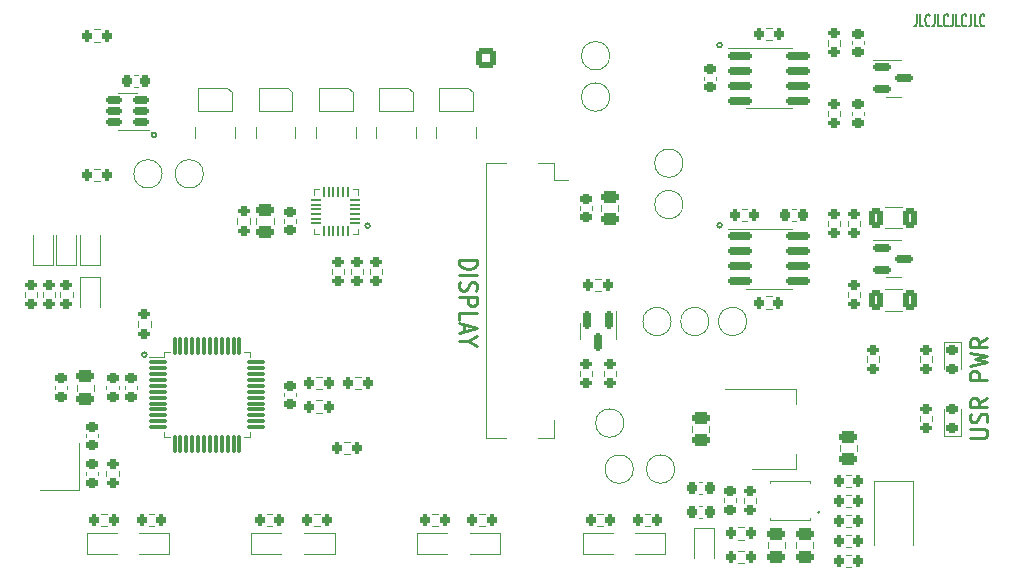
<source format=gto>
%TF.GenerationSoftware,KiCad,Pcbnew,6.0.9-1.fc35*%
%TF.CreationDate,2023-01-18T17:07:39+00:00*%
%TF.ProjectId,grblPANEL,6772626c-5041-44e4-954c-2e6b69636164,rev?*%
%TF.SameCoordinates,Original*%
%TF.FileFunction,Legend,Top*%
%TF.FilePolarity,Positive*%
%FSLAX46Y46*%
G04 Gerber Fmt 4.6, Leading zero omitted, Abs format (unit mm)*
G04 Created by KiCad (PCBNEW 6.0.9-1.fc35) date 2023-01-18 17:07:39*
%MOMM*%
%LPD*%
G01*
G04 APERTURE LIST*
G04 Aperture macros list*
%AMRoundRect*
0 Rectangle with rounded corners*
0 $1 Rounding radius*
0 $2 $3 $4 $5 $6 $7 $8 $9 X,Y pos of 4 corners*
0 Add a 4 corners polygon primitive as box body*
4,1,4,$2,$3,$4,$5,$6,$7,$8,$9,$2,$3,0*
0 Add four circle primitives for the rounded corners*
1,1,$1+$1,$2,$3*
1,1,$1+$1,$4,$5*
1,1,$1+$1,$6,$7*
1,1,$1+$1,$8,$9*
0 Add four rect primitives between the rounded corners*
20,1,$1+$1,$2,$3,$4,$5,0*
20,1,$1+$1,$4,$5,$6,$7,0*
20,1,$1+$1,$6,$7,$8,$9,0*
20,1,$1+$1,$8,$9,$2,$3,0*%
G04 Aperture macros list end*
%ADD10C,0.200000*%
%ADD11C,0.250000*%
%ADD12C,0.150000*%
%ADD13C,0.120000*%
%ADD14C,2.000000*%
%ADD15RoundRect,0.225000X-0.250000X0.225000X-0.250000X-0.225000X0.250000X-0.225000X0.250000X0.225000X0*%
%ADD16RoundRect,0.200000X-0.275000X0.200000X-0.275000X-0.200000X0.275000X-0.200000X0.275000X0.200000X0*%
%ADD17RoundRect,0.200000X0.275000X-0.200000X0.275000X0.200000X-0.275000X0.200000X-0.275000X-0.200000X0*%
%ADD18RoundRect,0.250000X-0.475000X0.250000X-0.475000X-0.250000X0.475000X-0.250000X0.475000X0.250000X0*%
%ADD19R,0.706399X0.254800*%
%ADD20R,1.600200X2.387600*%
%ADD21R,0.500000X0.800000*%
%ADD22R,0.400000X0.800000*%
%ADD23R,0.250000X0.600000*%
%ADD24RoundRect,0.075000X-0.662500X-0.075000X0.662500X-0.075000X0.662500X0.075000X-0.662500X0.075000X0*%
%ADD25RoundRect,0.075000X-0.075000X-0.662500X0.075000X-0.662500X0.075000X0.662500X-0.075000X0.662500X0*%
%ADD26RoundRect,0.218750X-0.256250X0.218750X-0.256250X-0.218750X0.256250X-0.218750X0.256250X0.218750X0*%
%ADD27RoundRect,0.225000X0.250000X-0.225000X0.250000X0.225000X-0.250000X0.225000X-0.250000X-0.225000X0*%
%ADD28RoundRect,0.200000X0.200000X0.275000X-0.200000X0.275000X-0.200000X-0.275000X0.200000X-0.275000X0*%
%ADD29RoundRect,0.200000X-0.200000X-0.275000X0.200000X-0.275000X0.200000X0.275000X-0.200000X0.275000X0*%
%ADD30R,0.450000X0.600000*%
%ADD31R,1.300000X0.300000*%
%ADD32R,2.200000X1.800000*%
%ADD33RoundRect,0.250000X0.475000X-0.250000X0.475000X0.250000X-0.475000X0.250000X-0.475000X-0.250000X0*%
%ADD34RoundRect,0.150000X-0.825000X-0.150000X0.825000X-0.150000X0.825000X0.150000X-0.825000X0.150000X0*%
%ADD35RoundRect,0.218750X0.256250X-0.218750X0.256250X0.218750X-0.256250X0.218750X-0.256250X-0.218750X0*%
%ADD36RoundRect,0.050000X-0.349999X0.050000X-0.349999X-0.050000X0.349999X-0.050000X0.349999X0.050000X0*%
%ADD37RoundRect,0.050000X0.050000X0.349999X-0.050000X0.349999X-0.050000X-0.349999X0.050000X-0.349999X0*%
%ADD38R,2.200000X2.200000*%
%ADD39RoundRect,0.250000X-0.312500X-0.625000X0.312500X-0.625000X0.312500X0.625000X-0.312500X0.625000X0*%
%ADD40RoundRect,0.150000X-0.587500X-0.150000X0.587500X-0.150000X0.587500X0.150000X-0.587500X0.150000X0*%
%ADD41R,1.200000X1.400000*%
%ADD42R,0.600000X0.450000*%
%ADD43RoundRect,0.150000X0.512500X0.150000X-0.512500X0.150000X-0.512500X-0.150000X0.512500X-0.150000X0*%
%ADD44RoundRect,0.225000X0.225000X0.250000X-0.225000X0.250000X-0.225000X-0.250000X0.225000X-0.250000X0*%
%ADD45R,1.800000X2.500000*%
%ADD46R,2.000000X1.500000*%
%ADD47R,2.000000X3.800000*%
%ADD48RoundRect,0.225000X-0.225000X-0.250000X0.225000X-0.250000X0.225000X0.250000X-0.225000X0.250000X0*%
%ADD49RoundRect,0.150000X-0.150000X0.587500X-0.150000X-0.587500X0.150000X-0.587500X0.150000X0.587500X0*%
%ADD50R,2.400000X2.400000*%
%ADD51C,2.400000*%
%ADD52R,1.700000X1.700000*%
%ADD53O,1.700000X1.700000*%
%ADD54C,0.650000*%
%ADD55O,2.100000X1.000000*%
%ADD56O,1.600000X1.000000*%
%ADD57RoundRect,0.250000X0.600000X-0.600000X0.600000X0.600000X-0.600000X0.600000X-0.600000X-0.600000X0*%
%ADD58C,1.700000*%
G04 APERTURE END LIST*
D10*
X116800000Y-106600000D02*
G75*
G03*
X116800000Y-106600000I-200000J0D01*
G01*
X135700000Y-95700000D02*
G75*
G03*
X135700000Y-95700000I-200000J0D01*
G01*
X165500000Y-80400000D02*
G75*
G03*
X165500000Y-80400000I-200000J0D01*
G01*
X117600000Y-88000000D02*
G75*
G03*
X117600000Y-88000000I-200000J0D01*
G01*
X165500000Y-95650000D02*
G75*
G03*
X165500000Y-95650000I-200000J0D01*
G01*
D11*
X187978571Y-108733333D02*
X186478571Y-108733333D01*
X186478571Y-108238095D01*
X186550000Y-108114285D01*
X186621428Y-108052380D01*
X186764285Y-107990476D01*
X186978571Y-107990476D01*
X187121428Y-108052380D01*
X187192857Y-108114285D01*
X187264285Y-108238095D01*
X187264285Y-108733333D01*
X186478571Y-107557142D02*
X187978571Y-107247619D01*
X186907142Y-107000000D01*
X187978571Y-106752380D01*
X186478571Y-106442857D01*
X187978571Y-105204761D02*
X187264285Y-105638095D01*
X187978571Y-105947619D02*
X186478571Y-105947619D01*
X186478571Y-105452380D01*
X186550000Y-105328571D01*
X186621428Y-105266666D01*
X186764285Y-105204761D01*
X186978571Y-105204761D01*
X187121428Y-105266666D01*
X187192857Y-105328571D01*
X187264285Y-105452380D01*
X187264285Y-105947619D01*
D12*
X181978571Y-77802380D02*
X181978571Y-78516666D01*
X181950000Y-78659523D01*
X181892857Y-78754761D01*
X181807142Y-78802380D01*
X181750000Y-78802380D01*
X182550000Y-78802380D02*
X182264285Y-78802380D01*
X182264285Y-77802380D01*
X183092857Y-78707142D02*
X183064285Y-78754761D01*
X182978571Y-78802380D01*
X182921428Y-78802380D01*
X182835714Y-78754761D01*
X182778571Y-78659523D01*
X182750000Y-78564285D01*
X182721428Y-78373809D01*
X182721428Y-78230952D01*
X182750000Y-78040476D01*
X182778571Y-77945238D01*
X182835714Y-77850000D01*
X182921428Y-77802380D01*
X182978571Y-77802380D01*
X183064285Y-77850000D01*
X183092857Y-77897619D01*
X183521428Y-77802380D02*
X183521428Y-78516666D01*
X183492857Y-78659523D01*
X183435714Y-78754761D01*
X183350000Y-78802380D01*
X183292857Y-78802380D01*
X184092857Y-78802380D02*
X183807142Y-78802380D01*
X183807142Y-77802380D01*
X184635714Y-78707142D02*
X184607142Y-78754761D01*
X184521428Y-78802380D01*
X184464285Y-78802380D01*
X184378571Y-78754761D01*
X184321428Y-78659523D01*
X184292857Y-78564285D01*
X184264285Y-78373809D01*
X184264285Y-78230952D01*
X184292857Y-78040476D01*
X184321428Y-77945238D01*
X184378571Y-77850000D01*
X184464285Y-77802380D01*
X184521428Y-77802380D01*
X184607142Y-77850000D01*
X184635714Y-77897619D01*
X185064285Y-77802380D02*
X185064285Y-78516666D01*
X185035714Y-78659523D01*
X184978571Y-78754761D01*
X184892857Y-78802380D01*
X184835714Y-78802380D01*
X185635714Y-78802380D02*
X185350000Y-78802380D01*
X185350000Y-77802380D01*
X186178571Y-78707142D02*
X186150000Y-78754761D01*
X186064285Y-78802380D01*
X186007142Y-78802380D01*
X185921428Y-78754761D01*
X185864285Y-78659523D01*
X185835714Y-78564285D01*
X185807142Y-78373809D01*
X185807142Y-78230952D01*
X185835714Y-78040476D01*
X185864285Y-77945238D01*
X185921428Y-77850000D01*
X186007142Y-77802380D01*
X186064285Y-77802380D01*
X186150000Y-77850000D01*
X186178571Y-77897619D01*
X186607142Y-77802380D02*
X186607142Y-78516666D01*
X186578571Y-78659523D01*
X186521428Y-78754761D01*
X186435714Y-78802380D01*
X186378571Y-78802380D01*
X187178571Y-78802380D02*
X186892857Y-78802380D01*
X186892857Y-77802380D01*
X187721428Y-78707142D02*
X187692857Y-78754761D01*
X187607142Y-78802380D01*
X187550000Y-78802380D01*
X187464285Y-78754761D01*
X187407142Y-78659523D01*
X187378571Y-78564285D01*
X187350000Y-78373809D01*
X187350000Y-78230952D01*
X187378571Y-78040476D01*
X187407142Y-77945238D01*
X187464285Y-77850000D01*
X187550000Y-77802380D01*
X187607142Y-77802380D01*
X187692857Y-77850000D01*
X187721428Y-77897619D01*
D11*
X143271428Y-98590476D02*
X144771428Y-98590476D01*
X144771428Y-98900000D01*
X144700000Y-99085714D01*
X144557142Y-99209523D01*
X144414285Y-99271428D01*
X144128571Y-99333333D01*
X143914285Y-99333333D01*
X143628571Y-99271428D01*
X143485714Y-99209523D01*
X143342857Y-99085714D01*
X143271428Y-98900000D01*
X143271428Y-98590476D01*
X143271428Y-99890476D02*
X144771428Y-99890476D01*
X143342857Y-100447619D02*
X143271428Y-100633333D01*
X143271428Y-100942857D01*
X143342857Y-101066666D01*
X143414285Y-101128571D01*
X143557142Y-101190476D01*
X143700000Y-101190476D01*
X143842857Y-101128571D01*
X143914285Y-101066666D01*
X143985714Y-100942857D01*
X144057142Y-100695238D01*
X144128571Y-100571428D01*
X144200000Y-100509523D01*
X144342857Y-100447619D01*
X144485714Y-100447619D01*
X144628571Y-100509523D01*
X144700000Y-100571428D01*
X144771428Y-100695238D01*
X144771428Y-101004761D01*
X144700000Y-101190476D01*
X143271428Y-101747619D02*
X144771428Y-101747619D01*
X144771428Y-102242857D01*
X144700000Y-102366666D01*
X144628571Y-102428571D01*
X144485714Y-102490476D01*
X144271428Y-102490476D01*
X144128571Y-102428571D01*
X144057142Y-102366666D01*
X143985714Y-102242857D01*
X143985714Y-101747619D01*
X143271428Y-103666666D02*
X143271428Y-103047619D01*
X144771428Y-103047619D01*
X143700000Y-104038095D02*
X143700000Y-104657142D01*
X143271428Y-103914285D02*
X144771428Y-104347619D01*
X143271428Y-104780952D01*
X143985714Y-105461904D02*
X143271428Y-105461904D01*
X144771428Y-105028571D02*
X143985714Y-105461904D01*
X144771428Y-105895238D01*
X186478571Y-113640476D02*
X187692857Y-113640476D01*
X187835714Y-113578571D01*
X187907142Y-113516666D01*
X187978571Y-113392857D01*
X187978571Y-113145238D01*
X187907142Y-113021428D01*
X187835714Y-112959523D01*
X187692857Y-112897619D01*
X186478571Y-112897619D01*
X187907142Y-112340476D02*
X187978571Y-112154761D01*
X187978571Y-111845238D01*
X187907142Y-111721428D01*
X187835714Y-111659523D01*
X187692857Y-111597619D01*
X187550000Y-111597619D01*
X187407142Y-111659523D01*
X187335714Y-111721428D01*
X187264285Y-111845238D01*
X187192857Y-112092857D01*
X187121428Y-112216666D01*
X187050000Y-112278571D01*
X186907142Y-112340476D01*
X186764285Y-112340476D01*
X186621428Y-112278571D01*
X186550000Y-112216666D01*
X186478571Y-112092857D01*
X186478571Y-111783333D01*
X186550000Y-111597619D01*
X187978571Y-110297619D02*
X187264285Y-110730952D01*
X187978571Y-111040476D02*
X186478571Y-111040476D01*
X186478571Y-110545238D01*
X186550000Y-110421428D01*
X186621428Y-110359523D01*
X186764285Y-110297619D01*
X186978571Y-110297619D01*
X187121428Y-110359523D01*
X187192857Y-110421428D01*
X187264285Y-110545238D01*
X187264285Y-111040476D01*
D13*
X164400000Y-103800000D02*
G75*
G03*
X164400000Y-103800000I-1200000J0D01*
G01*
X114990000Y-109259420D02*
X114990000Y-109540580D01*
X116010000Y-109259420D02*
X116010000Y-109540580D01*
X134077500Y-99337742D02*
X134077500Y-99812258D01*
X135122500Y-99337742D02*
X135122500Y-99812258D01*
X177777500Y-107237258D02*
X177777500Y-106762742D01*
X178822500Y-107237258D02*
X178822500Y-106762742D01*
X169365000Y-122488748D02*
X169365000Y-123011252D01*
X170835000Y-122488748D02*
X170835000Y-123011252D01*
X169606900Y-120410141D02*
X169606900Y-120626400D01*
X172959700Y-117489859D02*
X172959700Y-117273600D01*
X172959700Y-117273600D02*
X169606900Y-117273600D01*
X169606900Y-120626400D02*
X172959700Y-120626400D01*
X169606900Y-117273600D02*
X169606900Y-117489859D01*
X172959700Y-120626400D02*
X172959700Y-120410141D01*
X173785099Y-119950000D02*
G75*
G03*
X173785099Y-119950000I-101600J0D01*
G01*
X134480000Y-88300000D02*
X134480000Y-87300000D01*
X131120000Y-88300000D02*
X131120000Y-87300000D01*
X136220000Y-88300000D02*
X136220000Y-87300000D01*
X139580000Y-88300000D02*
X139580000Y-87300000D01*
X116077500Y-103762742D02*
X116077500Y-104237258D01*
X117122500Y-103762742D02*
X117122500Y-104237258D01*
X156000000Y-81300000D02*
G75*
G03*
X156000000Y-81300000I-1200000J0D01*
G01*
X157200000Y-112400000D02*
G75*
G03*
X157200000Y-112400000I-1200000J0D01*
G01*
X131375000Y-86000000D02*
X131375000Y-84000000D01*
X134225000Y-84400000D02*
X134225000Y-86000000D01*
X134225000Y-86000000D02*
X131375000Y-86000000D01*
X131375000Y-84000000D02*
X133825000Y-84000000D01*
X134225000Y-84375000D02*
X133825000Y-84000000D01*
X175522500Y-85962742D02*
X175522500Y-86437258D01*
X174477500Y-85962742D02*
X174477500Y-86437258D01*
X135677500Y-99337742D02*
X135677500Y-99812258D01*
X136722500Y-99337742D02*
X136722500Y-99812258D01*
X167600000Y-103800000D02*
G75*
G03*
X167600000Y-103800000I-1200000J0D01*
G01*
X125060000Y-113610000D02*
X125510000Y-113610000D01*
X118740000Y-106390000D02*
X118290000Y-106390000D01*
X125060000Y-106390000D02*
X125510000Y-106390000D01*
X125510000Y-113610000D02*
X125510000Y-113160000D01*
X118290000Y-106390000D02*
X118290000Y-106840000D01*
X118740000Y-113610000D02*
X118290000Y-113610000D01*
X118290000Y-113610000D02*
X118290000Y-113160000D01*
X125510000Y-106390000D02*
X125510000Y-106840000D01*
X118290000Y-106840000D02*
X117000000Y-106840000D01*
X185735000Y-105515000D02*
X184265000Y-105515000D01*
X185735000Y-107800000D02*
X185735000Y-105515000D01*
X184265000Y-105515000D02*
X184265000Y-107800000D01*
X165010000Y-83340580D02*
X165010000Y-83059420D01*
X163990000Y-83340580D02*
X163990000Y-83059420D01*
X124477500Y-95537258D02*
X124477500Y-95062742D01*
X125522500Y-95537258D02*
X125522500Y-95062742D01*
X167337258Y-122272500D02*
X166862742Y-122272500D01*
X167337258Y-121227500D02*
X166862742Y-121227500D01*
X154522500Y-107962742D02*
X154522500Y-108437258D01*
X153477500Y-107962742D02*
X153477500Y-108437258D01*
X176437258Y-120177500D02*
X175962742Y-120177500D01*
X176437258Y-121222500D02*
X175962742Y-121222500D01*
X132477500Y-99337742D02*
X132477500Y-99812258D01*
X133522500Y-99337742D02*
X133522500Y-99812258D01*
X112962742Y-120077500D02*
X113437258Y-120077500D01*
X112962742Y-121122500D02*
X113437258Y-121122500D01*
X174477500Y-79962742D02*
X174477500Y-80437258D01*
X175522500Y-79962742D02*
X175522500Y-80437258D01*
X110522500Y-101262742D02*
X110522500Y-101737258D01*
X109477500Y-101262742D02*
X109477500Y-101737258D01*
X107150000Y-99000000D02*
X108850000Y-99000000D01*
X108850000Y-99000000D02*
X108850000Y-96450000D01*
X107150000Y-99000000D02*
X107150000Y-96450000D01*
X129125000Y-84400000D02*
X129125000Y-86000000D01*
X129125000Y-86000000D02*
X126275000Y-86000000D01*
X126275000Y-84000000D02*
X128725000Y-84000000D01*
X126275000Y-86000000D02*
X126275000Y-84000000D01*
X129125000Y-84375000D02*
X128725000Y-84000000D01*
X117437258Y-121122500D02*
X116962742Y-121122500D01*
X117437258Y-120077500D02*
X116962742Y-120077500D01*
X167637258Y-94277500D02*
X167162742Y-94277500D01*
X167637258Y-95322500D02*
X167162742Y-95322500D01*
X147240000Y-90350000D02*
X145500000Y-90350000D01*
X151300000Y-112160000D02*
X151300000Y-113650000D01*
X151300000Y-91840000D02*
X152500000Y-91840000D01*
X151300000Y-91840000D02*
X151300000Y-90350000D01*
X145500000Y-90350000D02*
X145500000Y-113650000D01*
X151300000Y-90350000D02*
X149960000Y-90350000D01*
X151300000Y-113650000D02*
X149960000Y-113650000D01*
X145500000Y-113650000D02*
X147240000Y-113650000D01*
X162965000Y-113161252D02*
X162965000Y-112638748D01*
X164435000Y-113161252D02*
X164435000Y-112638748D01*
X108990000Y-109259420D02*
X108990000Y-109540580D01*
X110010000Y-109259420D02*
X110010000Y-109540580D01*
X118100000Y-91300000D02*
G75*
G03*
X118100000Y-91300000I-1200000J0D01*
G01*
X169500000Y-95940000D02*
X166050000Y-95940000D01*
X169500000Y-95940000D02*
X171450000Y-95940000D01*
X169500000Y-101060000D02*
X171450000Y-101060000D01*
X169500000Y-101060000D02*
X167550000Y-101060000D01*
X111690000Y-113334420D02*
X111690000Y-113615580D01*
X112710000Y-113334420D02*
X112710000Y-113615580D01*
X183322500Y-106762742D02*
X183322500Y-107237258D01*
X182277500Y-106762742D02*
X182277500Y-107237258D01*
X112710000Y-116815580D02*
X112710000Y-116534420D01*
X111690000Y-116815580D02*
X111690000Y-116534420D01*
X158000000Y-116300000D02*
G75*
G03*
X158000000Y-116300000I-1200000J0D01*
G01*
X133512742Y-113977500D02*
X133987258Y-113977500D01*
X133512742Y-115022500D02*
X133987258Y-115022500D01*
X185735000Y-113485000D02*
X185735000Y-111200000D01*
X184265000Y-111200000D02*
X184265000Y-113485000D01*
X184265000Y-113485000D02*
X185735000Y-113485000D01*
X128390000Y-95440580D02*
X128390000Y-95159420D01*
X129410000Y-95440580D02*
X129410000Y-95159420D01*
X162200000Y-90400000D02*
G75*
G03*
X162200000Y-90400000I-1200000J0D01*
G01*
X126962742Y-120077500D02*
X127437258Y-120077500D01*
X126962742Y-121122500D02*
X127437258Y-121122500D01*
X140962742Y-120077500D02*
X141437258Y-120077500D01*
X140962742Y-121122500D02*
X141437258Y-121122500D01*
X177222500Y-101737258D02*
X177222500Y-101262742D01*
X176177500Y-101737258D02*
X176177500Y-101262742D01*
X106477500Y-101262742D02*
X106477500Y-101737258D01*
X107522500Y-101262742D02*
X107522500Y-101737258D01*
X134677000Y-96377000D02*
X134677000Y-95932741D01*
X130923000Y-92623000D02*
X130923000Y-93067259D01*
X134677000Y-93067259D02*
X134677000Y-92623000D01*
X130923000Y-96377000D02*
X131367259Y-96377000D01*
X134232741Y-96377000D02*
X134677000Y-96377000D01*
X131367259Y-92623000D02*
X130923000Y-92623000D01*
X134677000Y-92623000D02*
X134232741Y-92623000D01*
X130923000Y-95932741D02*
X130923000Y-96377000D01*
X179272936Y-102910000D02*
X180727064Y-102910000D01*
X179272936Y-101090000D02*
X180727064Y-101090000D01*
X173235000Y-122488748D02*
X173235000Y-123011252D01*
X171765000Y-122488748D02*
X171765000Y-123011252D01*
X179272936Y-94090000D02*
X180727064Y-94090000D01*
X179272936Y-95910000D02*
X180727064Y-95910000D01*
X180000000Y-81640000D02*
X180650000Y-81640000D01*
X180000000Y-84760000D02*
X179350000Y-84760000D01*
X180000000Y-81640000D02*
X178325000Y-81640000D01*
X180000000Y-84760000D02*
X180650000Y-84760000D01*
X107750000Y-118100000D02*
X111050000Y-118100000D01*
X111050000Y-118100000D02*
X111050000Y-114100000D01*
X177222500Y-95262742D02*
X177222500Y-95737258D01*
X176177500Y-95262742D02*
X176177500Y-95737258D01*
X155477500Y-108437258D02*
X155477500Y-107962742D01*
X156522500Y-108437258D02*
X156522500Y-107962742D01*
X154962742Y-120077500D02*
X155437258Y-120077500D01*
X154962742Y-121122500D02*
X155437258Y-121122500D01*
X132700000Y-121750000D02*
X130150000Y-121750000D01*
X132700000Y-123450000D02*
X132700000Y-121750000D01*
X132700000Y-123450000D02*
X130150000Y-123450000D01*
X169737258Y-79972500D02*
X169262742Y-79972500D01*
X169737258Y-78927500D02*
X169262742Y-78927500D01*
X139650000Y-123450000D02*
X142200000Y-123450000D01*
X139650000Y-121750000D02*
X139650000Y-123450000D01*
X139650000Y-121750000D02*
X142200000Y-121750000D01*
X168422500Y-118712742D02*
X168422500Y-119187258D01*
X167377500Y-118712742D02*
X167377500Y-119187258D01*
X175522500Y-95737258D02*
X175522500Y-95262742D01*
X174477500Y-95737258D02*
X174477500Y-95262742D01*
X112362742Y-80122500D02*
X112837258Y-80122500D01*
X112362742Y-79077500D02*
X112837258Y-79077500D01*
X120920000Y-88300000D02*
X120920000Y-87300000D01*
X124280000Y-88300000D02*
X124280000Y-87300000D01*
X169500000Y-85760000D02*
X171450000Y-85760000D01*
X169500000Y-80640000D02*
X166050000Y-80640000D01*
X169500000Y-80640000D02*
X171450000Y-80640000D01*
X169500000Y-85760000D02*
X167550000Y-85760000D01*
X175962742Y-118477500D02*
X176437258Y-118477500D01*
X175962742Y-119522500D02*
X176437258Y-119522500D01*
X115200000Y-87560000D02*
X114400000Y-87560000D01*
X115200000Y-87560000D02*
X117000000Y-87560000D01*
X115200000Y-84440000D02*
X114400000Y-84440000D01*
X115200000Y-84440000D02*
X116000000Y-84440000D01*
X121175000Y-86000000D02*
X121175000Y-84000000D01*
X124025000Y-84375000D02*
X123625000Y-84000000D01*
X124025000Y-84400000D02*
X124025000Y-86000000D01*
X124025000Y-86000000D02*
X121175000Y-86000000D01*
X121175000Y-84000000D02*
X123625000Y-84000000D01*
X109150000Y-99000000D02*
X110850000Y-99000000D01*
X109150000Y-99000000D02*
X109150000Y-96450000D01*
X110850000Y-99000000D02*
X110850000Y-96450000D01*
X129410000Y-109859420D02*
X129410000Y-110140580D01*
X128390000Y-109859420D02*
X128390000Y-110140580D01*
X163840580Y-118447500D02*
X163559420Y-118447500D01*
X163840580Y-117427500D02*
X163559420Y-117427500D01*
X153490000Y-94340580D02*
X153490000Y-94059420D01*
X154510000Y-94340580D02*
X154510000Y-94059420D01*
X181650000Y-117300000D02*
X181650000Y-122700000D01*
X181650000Y-117300000D02*
X178350000Y-117300000D01*
X178350000Y-117300000D02*
X178350000Y-122700000D01*
X111150000Y-99000000D02*
X112850000Y-99000000D01*
X111150000Y-99000000D02*
X111150000Y-96450000D01*
X112850000Y-99000000D02*
X112850000Y-96450000D01*
X176935000Y-114238748D02*
X176935000Y-114761252D01*
X175465000Y-114238748D02*
X175465000Y-114761252D01*
X116040580Y-82890000D02*
X115759420Y-82890000D01*
X116040580Y-83910000D02*
X115759420Y-83910000D01*
X176490000Y-80340580D02*
X176490000Y-80059420D01*
X177510000Y-80340580D02*
X177510000Y-80059420D01*
X175962742Y-122922500D02*
X176437258Y-122922500D01*
X175962742Y-121877500D02*
X176437258Y-121877500D01*
X118700000Y-123450000D02*
X118700000Y-121750000D01*
X118700000Y-123450000D02*
X116150000Y-123450000D01*
X118700000Y-121750000D02*
X116150000Y-121750000D01*
X131162742Y-108477500D02*
X131637258Y-108477500D01*
X131162742Y-109522500D02*
X131637258Y-109522500D01*
X113390000Y-109259420D02*
X113390000Y-109540580D01*
X114410000Y-109259420D02*
X114410000Y-109540580D01*
X145437258Y-121122500D02*
X144962742Y-121122500D01*
X145437258Y-120077500D02*
X144962742Y-120077500D01*
X163150000Y-121250000D02*
X163150000Y-123800000D01*
X164850000Y-121250000D02*
X163150000Y-121250000D01*
X164850000Y-121250000D02*
X164850000Y-123800000D01*
X176490000Y-86340580D02*
X176490000Y-86059420D01*
X177510000Y-86340580D02*
X177510000Y-86059420D01*
X169697258Y-101677500D02*
X169222742Y-101677500D01*
X169697258Y-102722500D02*
X169222742Y-102722500D01*
X162200000Y-93900000D02*
G75*
G03*
X162200000Y-93900000I-1200000J0D01*
G01*
X126065000Y-95561252D02*
X126065000Y-95038748D01*
X127535000Y-95561252D02*
X127535000Y-95038748D01*
X176437258Y-123577500D02*
X175962742Y-123577500D01*
X176437258Y-124622500D02*
X175962742Y-124622500D01*
X141575000Y-84000000D02*
X144025000Y-84000000D01*
X144425000Y-86000000D02*
X141575000Y-86000000D01*
X144425000Y-84375000D02*
X144025000Y-84000000D01*
X141575000Y-86000000D02*
X141575000Y-84000000D01*
X144425000Y-84400000D02*
X144425000Y-86000000D01*
X131162742Y-110477500D02*
X131637258Y-110477500D01*
X131162742Y-111522500D02*
X131637258Y-111522500D01*
X165800000Y-109490000D02*
X171810000Y-109490000D01*
X171810000Y-116310000D02*
X171810000Y-115050000D01*
X171810000Y-109490000D02*
X171810000Y-110750000D01*
X168050000Y-116310000D02*
X171810000Y-116310000D01*
X126020000Y-88300000D02*
X126020000Y-87300000D01*
X129380000Y-88300000D02*
X129380000Y-87300000D01*
X161500000Y-116300000D02*
G75*
G03*
X161500000Y-116300000I-1200000J0D01*
G01*
X110865000Y-109138748D02*
X110865000Y-109661252D01*
X112335000Y-109138748D02*
X112335000Y-109661252D01*
X153700000Y-121750000D02*
X156250000Y-121750000D01*
X153700000Y-123450000D02*
X156250000Y-123450000D01*
X153700000Y-121750000D02*
X153700000Y-123450000D01*
X156000000Y-84800000D02*
G75*
G03*
X156000000Y-84800000I-1200000J0D01*
G01*
X180000000Y-100060000D02*
X180650000Y-100060000D01*
X180000000Y-100060000D02*
X179350000Y-100060000D01*
X180000000Y-96940000D02*
X180650000Y-96940000D01*
X180000000Y-96940000D02*
X178325000Y-96940000D01*
X112850000Y-100000000D02*
X111150000Y-100000000D01*
X112850000Y-100000000D02*
X112850000Y-102550000D01*
X111150000Y-100000000D02*
X111150000Y-102550000D01*
X125650000Y-121750000D02*
X125650000Y-123450000D01*
X125650000Y-121750000D02*
X128200000Y-121750000D01*
X125650000Y-123450000D02*
X128200000Y-123450000D01*
X175962742Y-117822500D02*
X176437258Y-117822500D01*
X175962742Y-116777500D02*
X176437258Y-116777500D01*
X167337258Y-124272500D02*
X166862742Y-124272500D01*
X167337258Y-123227500D02*
X166862742Y-123227500D01*
X146700000Y-123450000D02*
X146700000Y-121750000D01*
X146700000Y-123450000D02*
X144150000Y-123450000D01*
X146700000Y-121750000D02*
X144150000Y-121750000D01*
X134462742Y-109522500D02*
X134937258Y-109522500D01*
X134462742Y-108477500D02*
X134937258Y-108477500D01*
X165690000Y-119100279D02*
X165690000Y-118774721D01*
X166710000Y-119100279D02*
X166710000Y-118774721D01*
X163840580Y-119427500D02*
X163559420Y-119427500D01*
X163840580Y-120447500D02*
X163559420Y-120447500D01*
X156735000Y-94461252D02*
X156735000Y-93938748D01*
X155265000Y-94461252D02*
X155265000Y-93938748D01*
X144680000Y-88300000D02*
X144680000Y-87300000D01*
X141320000Y-88300000D02*
X141320000Y-87300000D01*
X182277500Y-111762742D02*
X182277500Y-112237258D01*
X183322500Y-111762742D02*
X183322500Y-112237258D01*
X107977500Y-101262742D02*
X107977500Y-101737258D01*
X109022500Y-101262742D02*
X109022500Y-101737258D01*
X121600000Y-91300000D02*
G75*
G03*
X121600000Y-91300000I-1200000J0D01*
G01*
X114422500Y-116437742D02*
X114422500Y-116912258D01*
X113377500Y-116437742D02*
X113377500Y-116912258D01*
X171459420Y-95310000D02*
X171740580Y-95310000D01*
X171459420Y-94290000D02*
X171740580Y-94290000D01*
X159437258Y-120077500D02*
X158962742Y-120077500D01*
X159437258Y-121122500D02*
X158962742Y-121122500D01*
X112362742Y-91922500D02*
X112837258Y-91922500D01*
X112362742Y-90877500D02*
X112837258Y-90877500D01*
X161200000Y-103800000D02*
G75*
G03*
X161200000Y-103800000I-1200000J0D01*
G01*
X153440000Y-104600000D02*
X153440000Y-105250000D01*
X153440000Y-104600000D02*
X153440000Y-103950000D01*
X156560000Y-104600000D02*
X156560000Y-102925000D01*
X156560000Y-104600000D02*
X156560000Y-105250000D01*
X131437258Y-121122500D02*
X130962742Y-121122500D01*
X131437258Y-120077500D02*
X130962742Y-120077500D01*
X160700000Y-123450000D02*
X158150000Y-123450000D01*
X160700000Y-121750000D02*
X158150000Y-121750000D01*
X160700000Y-123450000D02*
X160700000Y-121750000D01*
X111700000Y-121750000D02*
X111700000Y-123450000D01*
X111700000Y-121750000D02*
X114250000Y-121750000D01*
X111700000Y-123450000D02*
X114250000Y-123450000D01*
X155237258Y-100177500D02*
X154762742Y-100177500D01*
X155237258Y-101222500D02*
X154762742Y-101222500D01*
X139325000Y-84375000D02*
X138925000Y-84000000D01*
X139325000Y-86000000D02*
X136475000Y-86000000D01*
X139325000Y-84400000D02*
X139325000Y-86000000D01*
X136475000Y-86000000D02*
X136475000Y-84000000D01*
X136475000Y-84000000D02*
X138925000Y-84000000D01*
%LPC*%
D14*
X163200000Y-103800000D03*
D15*
X115500000Y-108625000D03*
X115500000Y-110175000D03*
D16*
X134600000Y-98750000D03*
X134600000Y-100400000D03*
D17*
X178300000Y-107825000D03*
X178300000Y-106175000D03*
D18*
X170100000Y-121800000D03*
X170100000Y-123700000D03*
D19*
X172779500Y-119950001D03*
X172779500Y-119449999D03*
X172779500Y-118950000D03*
X172779500Y-118450001D03*
X172779500Y-117949999D03*
X169787100Y-117949999D03*
X169787100Y-118450001D03*
X169787100Y-118950000D03*
X169787100Y-119449999D03*
X169787100Y-119950001D03*
D20*
X171283300Y-118950000D03*
D21*
X134000000Y-86900000D03*
D22*
X133200000Y-86900000D03*
X132400000Y-86900000D03*
D21*
X131600000Y-86900000D03*
X131600000Y-88700000D03*
D22*
X132400000Y-88700000D03*
X133200000Y-88700000D03*
D21*
X134000000Y-88700000D03*
X139100000Y-86900000D03*
D22*
X138300000Y-86900000D03*
X137500000Y-86900000D03*
D21*
X136700000Y-86900000D03*
X136700000Y-88700000D03*
D22*
X137500000Y-88700000D03*
X138300000Y-88700000D03*
D21*
X139100000Y-88700000D03*
D16*
X116600000Y-103175000D03*
X116600000Y-104825000D03*
D14*
X154800000Y-81300000D03*
X156000000Y-112400000D03*
D23*
X133800000Y-84575000D03*
X133300000Y-84575000D03*
X132800000Y-84575000D03*
X132300000Y-84575000D03*
X131800000Y-84575000D03*
X131800000Y-85425000D03*
X132300000Y-85425000D03*
X132800000Y-85425000D03*
X133300000Y-85425000D03*
X133800000Y-85425000D03*
D16*
X175000000Y-85375000D03*
X175000000Y-87025000D03*
X136200000Y-98750000D03*
X136200000Y-100400000D03*
D14*
X166400000Y-103800000D03*
D24*
X117737500Y-107250000D03*
X117737500Y-107750000D03*
X117737500Y-108250000D03*
X117737500Y-108750000D03*
X117737500Y-109250000D03*
X117737500Y-109750000D03*
X117737500Y-110250000D03*
X117737500Y-110750000D03*
X117737500Y-111250000D03*
X117737500Y-111750000D03*
X117737500Y-112250000D03*
X117737500Y-112750000D03*
D25*
X119150000Y-114162500D03*
X119650000Y-114162500D03*
X120150000Y-114162500D03*
X120650000Y-114162500D03*
X121150000Y-114162500D03*
X121650000Y-114162500D03*
X122150000Y-114162500D03*
X122650000Y-114162500D03*
X123150000Y-114162500D03*
X123650000Y-114162500D03*
X124150000Y-114162500D03*
X124650000Y-114162500D03*
D24*
X126062500Y-112750000D03*
X126062500Y-112250000D03*
X126062500Y-111750000D03*
X126062500Y-111250000D03*
X126062500Y-110750000D03*
X126062500Y-110250000D03*
X126062500Y-109750000D03*
X126062500Y-109250000D03*
X126062500Y-108750000D03*
X126062500Y-108250000D03*
X126062500Y-107750000D03*
X126062500Y-107250000D03*
D25*
X124650000Y-105837500D03*
X124150000Y-105837500D03*
X123650000Y-105837500D03*
X123150000Y-105837500D03*
X122650000Y-105837500D03*
X122150000Y-105837500D03*
X121650000Y-105837500D03*
X121150000Y-105837500D03*
X120650000Y-105837500D03*
X120150000Y-105837500D03*
X119650000Y-105837500D03*
X119150000Y-105837500D03*
D26*
X185000000Y-106212500D03*
X185000000Y-107787500D03*
D27*
X164500000Y-83975000D03*
X164500000Y-82425000D03*
D17*
X125000000Y-96125000D03*
X125000000Y-94475000D03*
D28*
X167925000Y-121750000D03*
X166275000Y-121750000D03*
D16*
X154000000Y-107375000D03*
X154000000Y-109025000D03*
D28*
X177025000Y-120700000D03*
X175375000Y-120700000D03*
D16*
X133000000Y-98750000D03*
X133000000Y-100400000D03*
D29*
X112375000Y-120600000D03*
X114025000Y-120600000D03*
D16*
X175000000Y-79375000D03*
X175000000Y-81025000D03*
X110000000Y-100675000D03*
X110000000Y-102325000D03*
D30*
X108000000Y-98550000D03*
X108000000Y-96450000D03*
D23*
X128700000Y-84575000D03*
X128200000Y-84575000D03*
X127700000Y-84575000D03*
X127200000Y-84575000D03*
X126700000Y-84575000D03*
X126700000Y-85425000D03*
X127200000Y-85425000D03*
X127700000Y-85425000D03*
X128200000Y-85425000D03*
X128700000Y-85425000D03*
D28*
X118025000Y-120600000D03*
X116375000Y-120600000D03*
X168225000Y-94800000D03*
X166575000Y-94800000D03*
D31*
X151850000Y-92250000D03*
X151850000Y-92750000D03*
X151850000Y-93250000D03*
X151850000Y-93750000D03*
X151850000Y-94250000D03*
X151850000Y-94750000D03*
X151850000Y-95250000D03*
X151850000Y-95750000D03*
X151850000Y-96250000D03*
X151850000Y-96750000D03*
X151850000Y-97250000D03*
X151850000Y-97750000D03*
X151850000Y-98250000D03*
X151850000Y-98750000D03*
X151850000Y-99250000D03*
X151850000Y-99750000D03*
X151850000Y-100250000D03*
X151850000Y-100750000D03*
X151850000Y-101250000D03*
X151850000Y-101750000D03*
X151850000Y-102250000D03*
X151850000Y-102750000D03*
X151850000Y-103250000D03*
X151850000Y-103750000D03*
X151850000Y-104250000D03*
X151850000Y-104750000D03*
X151850000Y-105250000D03*
X151850000Y-105750000D03*
X151850000Y-106250000D03*
X151850000Y-106750000D03*
X151850000Y-107250000D03*
X151850000Y-107750000D03*
X151850000Y-108250000D03*
X151850000Y-108750000D03*
X151850000Y-109250000D03*
X151850000Y-109750000D03*
X151850000Y-110250000D03*
X151850000Y-110750000D03*
X151850000Y-111250000D03*
X151850000Y-111750000D03*
D32*
X148600000Y-113650000D03*
X148600000Y-90350000D03*
D33*
X163700000Y-113850000D03*
X163700000Y-111950000D03*
D15*
X109500000Y-108625000D03*
X109500000Y-110175000D03*
D14*
X116900000Y-91300000D03*
D34*
X167025000Y-96595000D03*
X167025000Y-97865000D03*
X167025000Y-99135000D03*
X167025000Y-100405000D03*
X171975000Y-100405000D03*
X171975000Y-99135000D03*
X171975000Y-97865000D03*
X171975000Y-96595000D03*
D15*
X112200000Y-112700000D03*
X112200000Y-114250000D03*
D16*
X182800000Y-106175000D03*
X182800000Y-107825000D03*
D27*
X112200000Y-117450000D03*
X112200000Y-115900000D03*
D14*
X156800000Y-116300000D03*
D29*
X132925000Y-114500000D03*
X134575000Y-114500000D03*
D35*
X185000000Y-112787500D03*
X185000000Y-111212500D03*
D27*
X128900000Y-96075000D03*
X128900000Y-94525000D03*
D14*
X161000000Y-90400000D03*
D29*
X126375000Y-120600000D03*
X128025000Y-120600000D03*
X140375000Y-120600000D03*
X142025000Y-120600000D03*
D17*
X176700000Y-102325000D03*
X176700000Y-100675000D03*
D16*
X107000000Y-100675000D03*
X107000000Y-102325000D03*
D36*
X134449999Y-95500001D03*
X134449999Y-95099999D03*
X134449999Y-94700000D03*
X134449999Y-94300000D03*
X134449999Y-93900001D03*
X134449999Y-93499999D03*
D37*
X133800001Y-92850001D03*
X133399999Y-92850001D03*
X133000000Y-92850001D03*
X132600000Y-92850001D03*
X132200001Y-92850001D03*
X131799999Y-92850001D03*
D36*
X131150001Y-93499999D03*
X131150001Y-93900001D03*
X131150001Y-94300000D03*
X131150001Y-94700000D03*
X131150001Y-95099999D03*
X131150001Y-95500001D03*
D37*
X131799999Y-96149999D03*
X132200001Y-96149999D03*
X132600000Y-96149999D03*
X133000000Y-96149999D03*
X133399999Y-96149999D03*
X133800001Y-96149999D03*
D38*
X132800000Y-94500000D03*
D39*
X178537500Y-102000000D03*
X181462500Y-102000000D03*
D18*
X172500000Y-121800000D03*
X172500000Y-123700000D03*
D39*
X178537500Y-95000000D03*
X181462500Y-95000000D03*
D40*
X179062500Y-82250000D03*
X179062500Y-84150000D03*
X180937500Y-83200000D03*
D41*
X110250000Y-117200000D03*
X110250000Y-115000000D03*
X108550000Y-115000000D03*
X108550000Y-117200000D03*
D16*
X176700000Y-94675000D03*
X176700000Y-96325000D03*
D17*
X156000000Y-109025000D03*
X156000000Y-107375000D03*
D29*
X154375000Y-120600000D03*
X156025000Y-120600000D03*
D42*
X132250000Y-122600000D03*
X130150000Y-122600000D03*
D28*
X170325000Y-79450000D03*
X168675000Y-79450000D03*
D42*
X140100000Y-122600000D03*
X142200000Y-122600000D03*
D16*
X167900000Y-118125000D03*
X167900000Y-119775000D03*
D17*
X175000000Y-96325000D03*
X175000000Y-94675000D03*
D29*
X111775000Y-79600000D03*
X113425000Y-79600000D03*
D21*
X123800000Y-86900000D03*
D22*
X123000000Y-86900000D03*
X122200000Y-86900000D03*
D21*
X121400000Y-86900000D03*
X121400000Y-88700000D03*
D22*
X122200000Y-88700000D03*
X123000000Y-88700000D03*
D21*
X123800000Y-88700000D03*
D34*
X167025000Y-81295000D03*
X167025000Y-82565000D03*
X167025000Y-83835000D03*
X167025000Y-85105000D03*
X171975000Y-85105000D03*
X171975000Y-83835000D03*
X171975000Y-82565000D03*
X171975000Y-81295000D03*
D29*
X175375000Y-119000000D03*
X177025000Y-119000000D03*
D43*
X116337500Y-86950000D03*
X116337500Y-86000000D03*
X116337500Y-85050000D03*
X114062500Y-85050000D03*
X114062500Y-86000000D03*
X114062500Y-86950000D03*
D23*
X123600000Y-84575000D03*
X123100000Y-84575000D03*
X122600000Y-84575000D03*
X122100000Y-84575000D03*
X121600000Y-84575000D03*
X121600000Y-85425000D03*
X122100000Y-85425000D03*
X122600000Y-85425000D03*
X123100000Y-85425000D03*
X123600000Y-85425000D03*
D30*
X110000000Y-98550000D03*
X110000000Y-96450000D03*
D15*
X128900000Y-109225000D03*
X128900000Y-110775000D03*
D44*
X164475000Y-117937500D03*
X162925000Y-117937500D03*
D27*
X154000000Y-94975000D03*
X154000000Y-93425000D03*
D45*
X180000000Y-118700000D03*
X180000000Y-122700000D03*
D30*
X112000000Y-98550000D03*
X112000000Y-96450000D03*
D18*
X176200000Y-113550000D03*
X176200000Y-115450000D03*
D44*
X116675000Y-83400000D03*
X115125000Y-83400000D03*
D27*
X177000000Y-80975000D03*
X177000000Y-79425000D03*
D29*
X175375000Y-122400000D03*
X177025000Y-122400000D03*
D42*
X118250000Y-122600000D03*
X116150000Y-122600000D03*
D29*
X130575000Y-109000000D03*
X132225000Y-109000000D03*
D15*
X113900000Y-108625000D03*
X113900000Y-110175000D03*
D28*
X146025000Y-120600000D03*
X144375000Y-120600000D03*
D30*
X164000000Y-121700000D03*
X164000000Y-123800000D03*
D27*
X177000000Y-86975000D03*
X177000000Y-85425000D03*
D28*
X170285000Y-102200000D03*
X168635000Y-102200000D03*
D14*
X161000000Y-93900000D03*
D33*
X126800000Y-96250000D03*
X126800000Y-94350000D03*
D28*
X177025000Y-124100000D03*
X175375000Y-124100000D03*
D23*
X144000000Y-84575000D03*
X143500000Y-84575000D03*
X143000000Y-84575000D03*
X142500000Y-84575000D03*
X142000000Y-84575000D03*
X142000000Y-85425000D03*
X142500000Y-85425000D03*
X143000000Y-85425000D03*
X143500000Y-85425000D03*
X144000000Y-85425000D03*
D29*
X130575000Y-111000000D03*
X132225000Y-111000000D03*
D46*
X166750000Y-110600000D03*
X166750000Y-112900000D03*
D47*
X173050000Y-112900000D03*
D46*
X166750000Y-115200000D03*
D21*
X128900000Y-86900000D03*
D22*
X128100000Y-86900000D03*
X127300000Y-86900000D03*
D21*
X126500000Y-86900000D03*
X126500000Y-88700000D03*
D22*
X127300000Y-88700000D03*
X128100000Y-88700000D03*
D21*
X128900000Y-88700000D03*
D14*
X160300000Y-116300000D03*
D18*
X111600000Y-108450000D03*
X111600000Y-110350000D03*
D42*
X154150000Y-122600000D03*
X156250000Y-122600000D03*
D14*
X154800000Y-84800000D03*
D40*
X179062500Y-97550000D03*
X179062500Y-99450000D03*
X180937500Y-98500000D03*
D30*
X112000000Y-100450000D03*
X112000000Y-102550000D03*
D42*
X126100000Y-122600000D03*
X128200000Y-122600000D03*
D29*
X175375000Y-117300000D03*
X177025000Y-117300000D03*
D28*
X167925000Y-123750000D03*
X166275000Y-123750000D03*
D42*
X146250000Y-122600000D03*
X144150000Y-122600000D03*
D29*
X133875000Y-109000000D03*
X135525000Y-109000000D03*
D35*
X166200000Y-119725000D03*
X166200000Y-118150000D03*
D44*
X164475000Y-119937500D03*
X162925000Y-119937500D03*
D33*
X156000000Y-95150000D03*
X156000000Y-93250000D03*
D21*
X144200000Y-86900000D03*
D22*
X143400000Y-86900000D03*
X142600000Y-86900000D03*
D21*
X141800000Y-86900000D03*
X141800000Y-88700000D03*
D22*
X142600000Y-88700000D03*
X143400000Y-88700000D03*
D21*
X144200000Y-88700000D03*
D16*
X182800000Y-111175000D03*
X182800000Y-112825000D03*
X108500000Y-100675000D03*
X108500000Y-102325000D03*
D14*
X120400000Y-91300000D03*
D16*
X113900000Y-115850000D03*
X113900000Y-117500000D03*
D48*
X170825000Y-94800000D03*
X172375000Y-94800000D03*
D28*
X160025000Y-120600000D03*
X158375000Y-120600000D03*
D29*
X111775000Y-91400000D03*
X113425000Y-91400000D03*
D14*
X160000000Y-103800000D03*
D49*
X155950000Y-103662500D03*
X154050000Y-103662500D03*
X155000000Y-105537500D03*
D28*
X132025000Y-120600000D03*
X130375000Y-120600000D03*
D42*
X160250000Y-122600000D03*
X158150000Y-122600000D03*
X112150000Y-122600000D03*
X114250000Y-122600000D03*
D28*
X155825000Y-100700000D03*
X154175000Y-100700000D03*
D23*
X138900000Y-84575000D03*
X138400000Y-84575000D03*
X137900000Y-84575000D03*
X137400000Y-84575000D03*
X136900000Y-84575000D03*
X136900000Y-85425000D03*
X137400000Y-85425000D03*
X137900000Y-85425000D03*
X138400000Y-85425000D03*
X138900000Y-85425000D03*
D50*
X118000000Y-125000000D03*
D51*
X114500000Y-125000000D03*
X111000000Y-125000000D03*
X107500000Y-125000000D03*
D52*
X174710000Y-98500000D03*
D53*
X177250000Y-98500000D03*
D50*
X160000000Y-125000000D03*
D51*
X156500000Y-125000000D03*
X153000000Y-125000000D03*
X149500000Y-125000000D03*
D52*
X174725000Y-83200000D03*
D53*
X177265000Y-83200000D03*
D50*
X184000000Y-81450000D03*
D51*
X184000000Y-84950000D03*
D50*
X184000000Y-118950000D03*
D51*
X184000000Y-122450000D03*
D54*
X111100000Y-88390000D03*
X111100000Y-82610000D03*
D55*
X111630000Y-81180000D03*
D56*
X107450000Y-81180000D03*
D55*
X111630000Y-89820000D03*
D56*
X107450000Y-89820000D03*
D50*
X132000000Y-125000000D03*
D51*
X128500000Y-125000000D03*
X125000000Y-125000000D03*
X121500000Y-125000000D03*
D57*
X145500000Y-81500000D03*
D58*
X145500000Y-78960000D03*
X142960000Y-81500000D03*
X142960000Y-78960000D03*
X140420000Y-81500000D03*
X140420000Y-78960000D03*
X137880000Y-81500000D03*
X137880000Y-78960000D03*
X135340000Y-81500000D03*
X135340000Y-78960000D03*
X132800000Y-81500000D03*
X132800000Y-78960000D03*
X130260000Y-81500000D03*
X130260000Y-78960000D03*
X127720000Y-81500000D03*
X127720000Y-78960000D03*
X125180000Y-81500000D03*
X125180000Y-78960000D03*
X122640000Y-81500000D03*
X122640000Y-78960000D03*
D50*
X184000000Y-96750000D03*
D51*
X184000000Y-100250000D03*
D50*
X146000000Y-125000000D03*
D51*
X142500000Y-125000000D03*
X139000000Y-125000000D03*
X135500000Y-125000000D03*
M02*

</source>
